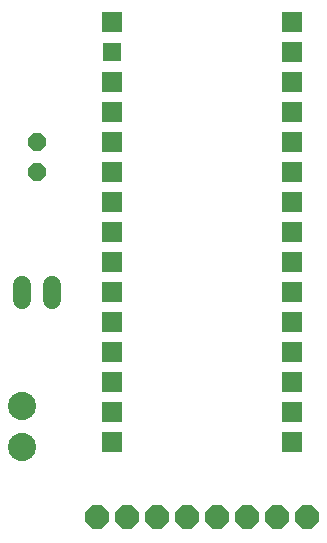
<source format=gbr>
G04 EAGLE Gerber RS-274X export*
G75*
%MOMM*%
%FSLAX34Y34*%
%LPD*%
%INSoldermask Top*%
%IPPOS*%
%AMOC8*
5,1,8,0,0,1.08239X$1,22.5*%
G01*
%ADD10C,2.387600*%
%ADD11P,2.144431X8X112.500000*%
%ADD12C,1.524000*%
%ADD13P,1.649562X8X112.500000*%
%ADD14R,1.711200X1.711200*%
%ADD15R,1.611200X1.611200*%


D10*
X12700Y780000D03*
X12700Y745000D03*
D11*
X254000Y685800D03*
X228600Y685800D03*
X203200Y685800D03*
X177800Y685800D03*
X152400Y685800D03*
X127000Y685800D03*
X101600Y685800D03*
X76200Y685800D03*
D12*
X38100Y869696D02*
X38100Y882904D01*
X12700Y882904D02*
X12700Y869696D01*
D13*
X25400Y977900D03*
X25400Y1003300D03*
D14*
X241300Y1104900D03*
X241300Y1079500D03*
X241300Y1054100D03*
X241300Y1028700D03*
X241300Y1003300D03*
X241300Y977900D03*
X241300Y952500D03*
X241300Y927100D03*
X241300Y901700D03*
X241300Y876300D03*
X241300Y850900D03*
X241300Y825500D03*
X241300Y800100D03*
X241300Y774700D03*
X241300Y749300D03*
X88900Y1104900D03*
D15*
X88900Y1079500D03*
D14*
X88900Y1054100D03*
X88900Y1028700D03*
X88900Y1003300D03*
X88900Y977900D03*
X88900Y952500D03*
X88900Y927100D03*
X88900Y901700D03*
X88900Y876300D03*
X88900Y850900D03*
X88900Y825500D03*
X88900Y800100D03*
X88900Y774700D03*
X88900Y749300D03*
M02*

</source>
